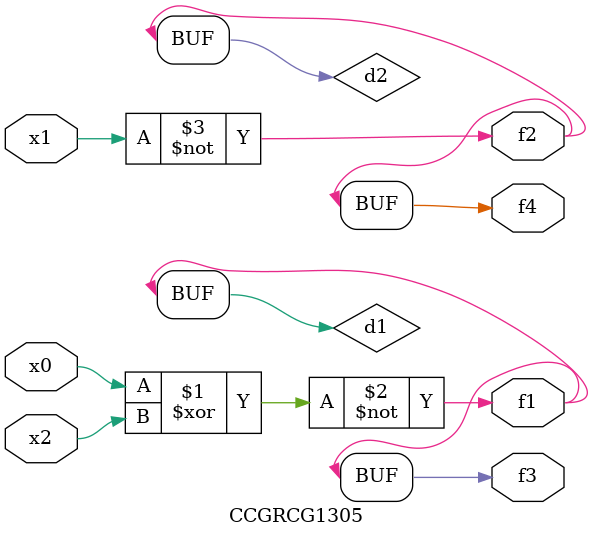
<source format=v>
module CCGRCG1305(
	input x0, x1, x2,
	output f1, f2, f3, f4
);

	wire d1, d2, d3;

	xnor (d1, x0, x2);
	nand (d2, x1);
	nor (d3, x1, x2);
	assign f1 = d1;
	assign f2 = d2;
	assign f3 = d1;
	assign f4 = d2;
endmodule

</source>
